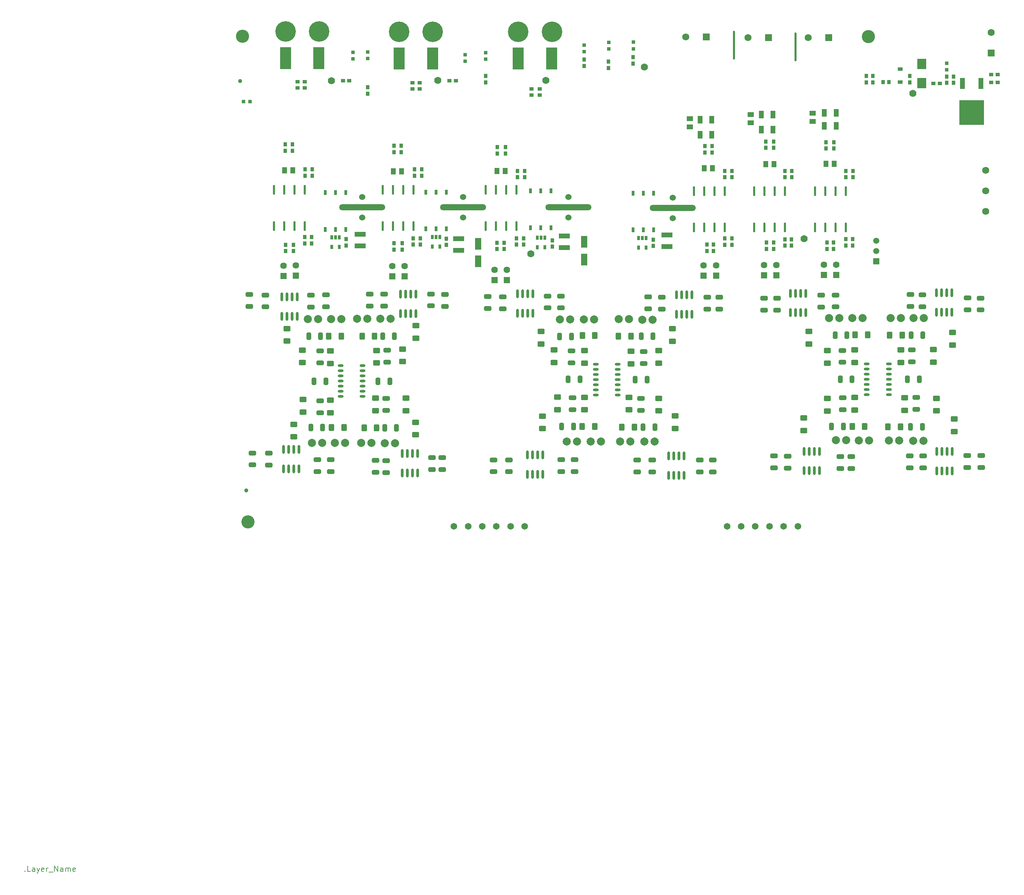
<source format=gbr>
%TF.GenerationSoftware,KiCad,Pcbnew,(5.99.0-10177-gd878cbddbc)*%
%TF.CreationDate,2021-05-05T15:51:09+02:00*%
%TF.ProjectId,TIDA-00555_E2,54494441-2d30-4303-9535-355f45322e6b,rev?*%
%TF.SameCoordinates,Original*%
%TF.FileFunction,Soldermask,Top*%
%TF.FilePolarity,Negative*%
%FSLAX46Y46*%
G04 Gerber Fmt 4.6, Leading zero omitted, Abs format (unit mm)*
G04 Created by KiCad (PCBNEW (5.99.0-10177-gd878cbddbc)) date 2021-05-05 15:51:09*
%MOMM*%
%LPD*%
G01*
G04 APERTURE LIST*
G04 Aperture macros list*
%AMRoundRect*
0 Rectangle with rounded corners*
0 $1 Rounding radius*
0 $2 $3 $4 $5 $6 $7 $8 $9 X,Y pos of 4 corners*
0 Add a 4 corners polygon primitive as box body*
4,1,4,$2,$3,$4,$5,$6,$7,$8,$9,$2,$3,0*
0 Add four circle primitives for the rounded corners*
1,1,$1+$1,$2,$3*
1,1,$1+$1,$4,$5*
1,1,$1+$1,$6,$7*
1,1,$1+$1,$8,$9*
0 Add four rect primitives between the rounded corners*
20,1,$1+$1,$2,$3,$4,$5,0*
20,1,$1+$1,$4,$5,$6,$7,0*
20,1,$1+$1,$6,$7,$8,$9,0*
20,1,$1+$1,$8,$9,$2,$3,0*%
G04 Aperture macros list end*
%ADD10C,0.203200*%
%ADD11R,0.939800X0.990600*%
%ADD12R,1.625600X1.625600*%
%ADD13C,1.625600*%
%ADD14O,0.599999X2.200001*%
%ADD15C,1.651000*%
%ADD16RoundRect,0.250000X0.625000X-0.400000X0.625000X0.400000X-0.625000X0.400000X-0.625000X-0.400000X0*%
%ADD17RoundRect,0.250000X0.650000X-0.325000X0.650000X0.325000X-0.650000X0.325000X-0.650000X-0.325000X0*%
%ADD18RoundRect,0.249550X0.650450X-0.325450X0.650450X0.325450X-0.650450X0.325450X-0.650450X-0.325450X0*%
%ADD19RoundRect,0.250000X-0.650000X0.325000X-0.650000X-0.325000X0.650000X-0.325000X0.650000X0.325000X0*%
%ADD20RoundRect,0.249550X-0.650450X0.325450X-0.650450X-0.325450X0.650450X-0.325450X0.650450X0.325450X0*%
%ADD21RoundRect,0.250000X-0.400000X-0.625000X0.400000X-0.625000X0.400000X0.625000X-0.400000X0.625000X0*%
%ADD22R,0.990600X0.939800*%
%ADD23R,1.219200X0.914400*%
%ADD24RoundRect,0.249550X0.325450X0.650450X-0.325450X0.650450X-0.325450X-0.650450X0.325450X-0.650450X0*%
%ADD25RoundRect,0.250000X0.325000X0.650000X-0.325000X0.650000X-0.325000X-0.650000X0.325000X-0.650000X0*%
%ADD26RoundRect,0.250000X-0.325000X-0.650000X0.325000X-0.650000X0.325000X0.650000X-0.325000X0.650000X0*%
%ADD27RoundRect,0.250000X-0.625000X0.400000X-0.625000X-0.400000X0.625000X-0.400000X0.625000X0.400000X0*%
%ADD28R,2.692400X1.295400*%
%ADD29R,0.812800X0.812800*%
%ADD30C,5.080000*%
%ADD31C,1.778000*%
%ADD32O,0.584200X2.438400*%
%ADD33RoundRect,0.249600X-0.625400X0.400400X-0.625400X-0.400400X0.625400X-0.400400X0.625400X0.400400X0*%
%ADD34O,0.508000X7.162800*%
%ADD35C,2.000000*%
%ADD36R,1.295400X1.828800*%
%ADD37RoundRect,0.250000X0.400000X0.625000X-0.400000X0.625000X-0.400000X-0.625000X0.400000X-0.625000X0*%
%ADD38O,11.430000X1.498600*%
%ADD39C,3.251200*%
%ADD40R,1.727200X1.727200*%
%ADD41C,1.727200*%
%ADD42R,0.635000X1.270000*%
%ADD43RoundRect,0.249600X0.625400X-0.400400X0.625400X0.400400X-0.625400X0.400400X-0.625400X-0.400400X0*%
%ADD44R,0.635000X1.092200*%
%ADD45C,0.990600*%
%ADD46R,1.270000X1.600200*%
%ADD47C,1.524000*%
%ADD48R,1.600200X1.270000*%
%ADD49R,2.692400X5.435600*%
%ADD50R,1.498600X1.498600*%
%ADD51C,1.498600*%
%ADD52C,1.752600*%
%ADD53O,1.450000X0.599999*%
%ADD54R,1.574800X2.997200*%
%ADD55R,2.286000X2.540000*%
%ADD56R,1.193800X2.794000*%
%ADD57R,6.096000X6.096000*%
G04 APERTURE END LIST*
D10*
X27628508Y-229054572D02*
X27695274Y-229118048D01*
X27628508Y-229181524D01*
X27561742Y-229118048D01*
X27628508Y-229054572D01*
X27628508Y-229181524D01*
X28963822Y-229181524D02*
X28296165Y-229181524D01*
X28296165Y-227848532D01*
X30032074Y-229181524D02*
X30032074Y-228483290D01*
X29965308Y-228356338D01*
X29831777Y-228292862D01*
X29564714Y-228292862D01*
X29431182Y-228356338D01*
X30032074Y-229118048D02*
X29898542Y-229181524D01*
X29564714Y-229181524D01*
X29431182Y-229118048D01*
X29364417Y-228991096D01*
X29364417Y-228864145D01*
X29431182Y-228737193D01*
X29564714Y-228673717D01*
X29898542Y-228673717D01*
X30032074Y-228610241D01*
X30566200Y-228292862D02*
X30900028Y-229181524D01*
X31233857Y-228292862D02*
X30900028Y-229181524D01*
X30766497Y-229498903D01*
X30699731Y-229562379D01*
X30566200Y-229625854D01*
X32302108Y-229118048D02*
X32168577Y-229181524D01*
X31901514Y-229181524D01*
X31767982Y-229118048D01*
X31701217Y-228991096D01*
X31701217Y-228483290D01*
X31767982Y-228356338D01*
X31901514Y-228292862D01*
X32168577Y-228292862D01*
X32302108Y-228356338D01*
X32368874Y-228483290D01*
X32368874Y-228610241D01*
X31701217Y-228737193D01*
X32969765Y-229181524D02*
X32969765Y-228292862D01*
X32969765Y-228546766D02*
X33036531Y-228419814D01*
X33103297Y-228356338D01*
X33236828Y-228292862D01*
X33370360Y-228292862D01*
X33503891Y-229308475D02*
X34572142Y-229308475D01*
X34905971Y-229181524D02*
X34905971Y-227848532D01*
X35707160Y-229181524D01*
X35707160Y-227848532D01*
X36975708Y-229181524D02*
X36975708Y-228483290D01*
X36908942Y-228356338D01*
X36775411Y-228292862D01*
X36508348Y-228292862D01*
X36374817Y-228356338D01*
X36975708Y-229118048D02*
X36842177Y-229181524D01*
X36508348Y-229181524D01*
X36374817Y-229118048D01*
X36308051Y-228991096D01*
X36308051Y-228864145D01*
X36374817Y-228737193D01*
X36508348Y-228673717D01*
X36842177Y-228673717D01*
X36975708Y-228610241D01*
X37643365Y-229181524D02*
X37643365Y-228292862D01*
X37643365Y-228419814D02*
X37710131Y-228356338D01*
X37843662Y-228292862D01*
X38043960Y-228292862D01*
X38177491Y-228356338D01*
X38244257Y-228483290D01*
X38244257Y-229181524D01*
X38244257Y-228483290D02*
X38311022Y-228356338D01*
X38444554Y-228292862D01*
X38644851Y-228292862D01*
X38778382Y-228356338D01*
X38845148Y-228483290D01*
X38845148Y-229181524D01*
X40046931Y-229118048D02*
X39913400Y-229181524D01*
X39646337Y-229181524D01*
X39512805Y-229118048D01*
X39446040Y-228991096D01*
X39446040Y-228483290D01*
X39512805Y-228356338D01*
X39646337Y-228292862D01*
X39913400Y-228292862D01*
X40046931Y-228356338D01*
X40113697Y-228483290D01*
X40113697Y-228610241D01*
X39446040Y-228737193D01*
X27628508Y-229054572D02*
X27695274Y-229118048D01*
X27628508Y-229181524D01*
X27561742Y-229118048D01*
X27628508Y-229054572D01*
X27628508Y-229181524D01*
X28963822Y-229181524D02*
X28296165Y-229181524D01*
X28296165Y-227848532D01*
X30032074Y-229181524D02*
X30032074Y-228483290D01*
X29965308Y-228356338D01*
X29831777Y-228292862D01*
X29564714Y-228292862D01*
X29431182Y-228356338D01*
X30032074Y-229118048D02*
X29898542Y-229181524D01*
X29564714Y-229181524D01*
X29431182Y-229118048D01*
X29364417Y-228991096D01*
X29364417Y-228864145D01*
X29431182Y-228737193D01*
X29564714Y-228673717D01*
X29898542Y-228673717D01*
X30032074Y-228610241D01*
X30566200Y-228292862D02*
X30900028Y-229181524D01*
X31233857Y-228292862D02*
X30900028Y-229181524D01*
X30766497Y-229498903D01*
X30699731Y-229562379D01*
X30566200Y-229625854D01*
X32302108Y-229118048D02*
X32168577Y-229181524D01*
X31901514Y-229181524D01*
X31767982Y-229118048D01*
X31701217Y-228991096D01*
X31701217Y-228483290D01*
X31767982Y-228356338D01*
X31901514Y-228292862D01*
X32168577Y-228292862D01*
X32302108Y-228356338D01*
X32368874Y-228483290D01*
X32368874Y-228610241D01*
X31701217Y-228737193D01*
X32969765Y-229181524D02*
X32969765Y-228292862D01*
X32969765Y-228546766D02*
X33036531Y-228419814D01*
X33103297Y-228356338D01*
X33236828Y-228292862D01*
X33370360Y-228292862D01*
X33503891Y-229308475D02*
X34572142Y-229308475D01*
X34905971Y-229181524D02*
X34905971Y-227848532D01*
X35707160Y-229181524D01*
X35707160Y-227848532D01*
X36975708Y-229181524D02*
X36975708Y-228483290D01*
X36908942Y-228356338D01*
X36775411Y-228292862D01*
X36508348Y-228292862D01*
X36374817Y-228356338D01*
X36975708Y-229118048D02*
X36842177Y-229181524D01*
X36508348Y-229181524D01*
X36374817Y-229118048D01*
X36308051Y-228991096D01*
X36308051Y-228864145D01*
X36374817Y-228737193D01*
X36508348Y-228673717D01*
X36842177Y-228673717D01*
X36975708Y-228610241D01*
X37643365Y-229181524D02*
X37643365Y-228292862D01*
X37643365Y-228419814D02*
X37710131Y-228356338D01*
X37843662Y-228292862D01*
X38043960Y-228292862D01*
X38177491Y-228356338D01*
X38244257Y-228483290D01*
X38244257Y-229181524D01*
X38244257Y-228483290D02*
X38311022Y-228356338D01*
X38444554Y-228292862D01*
X38644851Y-228292862D01*
X38778382Y-228356338D01*
X38845148Y-228483290D01*
X38845148Y-229181524D01*
X40046931Y-229118048D02*
X39913400Y-229181524D01*
X39646337Y-229181524D01*
X39512805Y-229118048D01*
X39446040Y-228991096D01*
X39446040Y-228483290D01*
X39512805Y-228356338D01*
X39646337Y-228292862D01*
X39913400Y-228292862D01*
X40046931Y-228356338D01*
X40113697Y-228483290D01*
X40113697Y-228610241D01*
X39446040Y-228737193D01*
X27628508Y-229054572D02*
X27695274Y-229118048D01*
X27628508Y-229181524D01*
X27561742Y-229118048D01*
X27628508Y-229054572D01*
X27628508Y-229181524D01*
X28963822Y-229181524D02*
X28296165Y-229181524D01*
X28296165Y-227848532D01*
X30032074Y-229181524D02*
X30032074Y-228483290D01*
X29965308Y-228356338D01*
X29831777Y-228292862D01*
X29564714Y-228292862D01*
X29431182Y-228356338D01*
X30032074Y-229118048D02*
X29898542Y-229181524D01*
X29564714Y-229181524D01*
X29431182Y-229118048D01*
X29364417Y-228991096D01*
X29364417Y-228864145D01*
X29431182Y-228737193D01*
X29564714Y-228673717D01*
X29898542Y-228673717D01*
X30032074Y-228610241D01*
X30566200Y-228292862D02*
X30900028Y-229181524D01*
X31233857Y-228292862D02*
X30900028Y-229181524D01*
X30766497Y-229498903D01*
X30699731Y-229562379D01*
X30566200Y-229625854D01*
X32302108Y-229118048D02*
X32168577Y-229181524D01*
X31901514Y-229181524D01*
X31767982Y-229118048D01*
X31701217Y-228991096D01*
X31701217Y-228483290D01*
X31767982Y-228356338D01*
X31901514Y-228292862D01*
X32168577Y-228292862D01*
X32302108Y-228356338D01*
X32368874Y-228483290D01*
X32368874Y-228610241D01*
X31701217Y-228737193D01*
X32969765Y-229181524D02*
X32969765Y-228292862D01*
X32969765Y-228546766D02*
X33036531Y-228419814D01*
X33103297Y-228356338D01*
X33236828Y-228292862D01*
X33370360Y-228292862D01*
X33503891Y-229308475D02*
X34572142Y-229308475D01*
X34905971Y-229181524D02*
X34905971Y-227848532D01*
X35707160Y-229181524D01*
X35707160Y-227848532D01*
X36975708Y-229181524D02*
X36975708Y-228483290D01*
X36908942Y-228356338D01*
X36775411Y-228292862D01*
X36508348Y-228292862D01*
X36374817Y-228356338D01*
X36975708Y-229118048D02*
X36842177Y-229181524D01*
X36508348Y-229181524D01*
X36374817Y-229118048D01*
X36308051Y-228991096D01*
X36308051Y-228864145D01*
X36374817Y-228737193D01*
X36508348Y-228673717D01*
X36842177Y-228673717D01*
X36975708Y-228610241D01*
X37643365Y-229181524D02*
X37643365Y-228292862D01*
X37643365Y-228419814D02*
X37710131Y-228356338D01*
X37843662Y-228292862D01*
X38043960Y-228292862D01*
X38177491Y-228356338D01*
X38244257Y-228483290D01*
X38244257Y-229181524D01*
X38244257Y-228483290D02*
X38311022Y-228356338D01*
X38444554Y-228292862D01*
X38644851Y-228292862D01*
X38778382Y-228356338D01*
X38845148Y-228483290D01*
X38845148Y-229181524D01*
X40046931Y-229118048D02*
X39913400Y-229181524D01*
X39646337Y-229181524D01*
X39512805Y-229118048D01*
X39446040Y-228991096D01*
X39446040Y-228483290D01*
X39512805Y-228356338D01*
X39646337Y-228292862D01*
X39913400Y-228292862D01*
X40046931Y-228356338D01*
X40113697Y-228483290D01*
X40113697Y-228610241D01*
X39446040Y-228737193D01*
D11*
%TO.C,R4*%
X93786800Y-49199800D03*
X93786800Y-50774600D03*
%TD*%
D12*
%TO.C,J26*%
X228432200Y-81534000D03*
D13*
X228432200Y-78994000D03*
%TD*%
D11*
%TO.C,C43*%
X217459400Y-55727600D03*
X217459400Y-57302400D03*
%TD*%
D14*
%TO.C,U31*%
X153369400Y-86195200D03*
X152099400Y-86195200D03*
X150829400Y-86195200D03*
X149559400Y-86195200D03*
X149559400Y-90995200D03*
X150829400Y-90995200D03*
X152099400Y-90995200D03*
X153369400Y-90995200D03*
%TD*%
D15*
%TO.C,J8*%
X133794797Y-143771600D03*
X137294800Y-143771600D03*
X140794801Y-143771600D03*
X144294802Y-143771600D03*
X147794802Y-143771600D03*
X151294803Y-143771600D03*
%TD*%
D16*
%TO.C,R109*%
X184505600Y-103353200D03*
X184505600Y-100253200D03*
%TD*%
D14*
%TO.C,U29*%
X120980200Y-130517600D03*
X122250200Y-130517600D03*
X123520200Y-130517600D03*
X124790200Y-130517600D03*
X124790200Y-125717600D03*
X123520200Y-125717600D03*
X122250200Y-125717600D03*
X120980200Y-125717600D03*
%TD*%
D12*
%TO.C,J27*%
X225384200Y-81508600D03*
D13*
X225384200Y-78968600D03*
%TD*%
D17*
%TO.C,C196*%
X199491600Y-89949200D03*
D18*
X199491600Y-86999200D03*
%TD*%
D19*
%TO.C,C24*%
X100634800Y-112672600D03*
D20*
X100634800Y-115622600D03*
%TD*%
D16*
%TO.C,R30*%
X96266000Y-103200800D03*
X96266000Y-100100800D03*
%TD*%
D17*
%TO.C,C210*%
X224739200Y-89460600D03*
D18*
X224739200Y-86510600D03*
%TD*%
D16*
%TO.C,R113*%
X184454800Y-115138800D03*
X184454800Y-112038800D03*
%TD*%
D21*
%TO.C,R50*%
X111581600Y-119380000D03*
X114681600Y-119380000D03*
%TD*%
D22*
%TO.C,FB10*%
X254050800Y-34061400D03*
X252476000Y-34061400D03*
%TD*%
D23*
%TO.C,D13*%
X244246400Y-33782000D03*
X244246400Y-30530800D03*
%TD*%
D17*
%TO.C,C222*%
X260828000Y-129135400D03*
D18*
X260828000Y-126185400D03*
%TD*%
D22*
%TO.C,FB6*%
X155051600Y-35458400D03*
X155051600Y-36931600D03*
%TD*%
D24*
%TO.C,C186*%
X117959400Y-107848400D03*
D25*
X115009400Y-107848400D03*
%TD*%
D17*
%TO.C,C223*%
X264363200Y-129186200D03*
D18*
X264363200Y-126236200D03*
%TD*%
D26*
%TO.C,C22*%
X97839000Y-96672400D03*
X100789000Y-96672400D03*
%TD*%
D11*
%TO.C,C31*%
X98739800Y-55346600D03*
X98739800Y-56921400D03*
%TD*%
D27*
%TO.C,R112*%
X188518800Y-116407600D03*
X188518800Y-119507600D03*
%TD*%
%TO.C,R42*%
X121056400Y-99846800D03*
X121056400Y-102946800D03*
%TD*%
D19*
%TO.C,C215*%
X246786400Y-86360000D03*
D20*
X246786400Y-89310000D03*
%TD*%
D28*
%TO.C,C25*%
X161096800Y-74726800D03*
X161096800Y-71831200D03*
%TD*%
D29*
%TO.C,D2*%
X108772800Y-27990800D03*
X108772800Y-26365200D03*
%TD*%
D16*
%TO.C,R46*%
X124307600Y-121082400D03*
X124307600Y-117982400D03*
%TD*%
D30*
%TO.C,TP7*%
X149666800Y-21336000D03*
%TD*%
D29*
%TO.C,D6*%
X166049800Y-26212800D03*
X166049800Y-24587200D03*
%TD*%
D31*
%TO.C,TP16*%
X180898800Y-30022800D03*
%TD*%
D27*
%TO.C,R48*%
X121920000Y-111988000D03*
X121920000Y-115088000D03*
%TD*%
D19*
%TO.C,C213*%
X213817200Y-87272600D03*
D20*
X213817200Y-90222600D03*
%TD*%
D32*
%TO.C,U5*%
X149235000Y-60426600D03*
X146695000Y-60426600D03*
X144155000Y-60426600D03*
X141615000Y-60426600D03*
X141615000Y-69367400D03*
X144155000Y-69367400D03*
X146695000Y-69367400D03*
X149235000Y-69367400D03*
%TD*%
D33*
%TO.C,R110*%
X177596800Y-100405600D03*
D27*
X177596800Y-103505600D03*
%TD*%
D32*
%TO.C,U1*%
X96834800Y-60426600D03*
X94294800Y-60426600D03*
X91754800Y-60426600D03*
X89214800Y-60426600D03*
X89214800Y-69367400D03*
X91754800Y-69367400D03*
X94294800Y-69367400D03*
X96834800Y-69367400D03*
%TD*%
D19*
%TO.C,C204*%
X179158900Y-127290300D03*
D20*
X179158900Y-130240300D03*
%TD*%
D11*
%TO.C,C56*%
X151038400Y-72415400D03*
X151038400Y-73990200D03*
%TD*%
%TO.C,C62*%
X217383200Y-72669400D03*
X217383200Y-74244200D03*
%TD*%
D30*
%TO.C,TP8*%
X158048800Y-21336000D03*
%TD*%
D17*
%TO.C,C202*%
X197904100Y-130291100D03*
D18*
X197904100Y-127341100D03*
%TD*%
D34*
%TO.C,*%
X218399200Y-25069800D03*
%TD*%
D35*
%TO.C,TP29*%
X234950000Y-92202000D03*
X232410000Y-92202000D03*
%TD*%
D12*
%TO.C,J20*%
X146923600Y-82778600D03*
D13*
X146923600Y-80238600D03*
%TD*%
D11*
%TO.C,R76*%
X255803400Y-32385000D03*
X255803400Y-33959800D03*
%TD*%
D31*
%TO.C,TP17*%
X220472000Y-72542400D03*
%TD*%
D11*
%TO.C,C38*%
X151292400Y-55727600D03*
X151292400Y-57302400D03*
%TD*%
D36*
%TO.C,R72*%
X209890200Y-41808400D03*
X212785800Y-41808400D03*
%TD*%
D28*
%TO.C,C14*%
X134934800Y-75438000D03*
X134934800Y-72542400D03*
%TD*%
D12*
%TO.C,J21*%
X143875600Y-82778600D03*
D13*
X143875600Y-80238600D03*
%TD*%
D35*
%TO.C,TP21*%
X168452800Y-92506800D03*
X165912800Y-92506800D03*
%TD*%
D11*
%TO.C,C5*%
X107121800Y-74193400D03*
X107121800Y-72618600D03*
%TD*%
%TO.C,R26*%
X146593400Y-49860200D03*
X146593400Y-51435000D03*
%TD*%
%TO.C,R57*%
X178140200Y-27584400D03*
X178140200Y-29159200D03*
%TD*%
D35*
%TO.C,TP15*%
X104343200Y-123088400D03*
X106883200Y-123088400D03*
%TD*%
D37*
%TO.C,R111*%
X177622800Y-96672400D03*
X174522800Y-96672400D03*
%TD*%
D11*
%TO.C,C8*%
X149539800Y-57302400D03*
X149539800Y-55727600D03*
%TD*%
D38*
%TO.C,*%
X111058800Y-64770000D03*
%TD*%
D36*
%TO.C,R84*%
X225511200Y-44627800D03*
X228406800Y-44627800D03*
%TD*%
D21*
%TO.C,R131*%
X241680400Y-96367600D03*
X244780400Y-96367600D03*
%TD*%
D39*
%TO.C,MH2*%
X82829400Y-142595600D03*
%TD*%
D35*
%TO.C,TP33*%
X236524800Y-122478800D03*
X233984800Y-122478800D03*
%TD*%
D25*
%TO.C,C207*%
X165000200Y-107340400D03*
D24*
X162050200Y-107340400D03*
%TD*%
D27*
%TO.C,R129*%
X252476000Y-99999200D03*
X252476000Y-103099200D03*
%TD*%
D11*
%TO.C,C3*%
X124012800Y-56921400D03*
X124012800Y-55346600D03*
%TD*%
D27*
%TO.C,R36*%
X103225600Y-112496000D03*
D33*
X103225600Y-115596000D03*
%TD*%
D16*
%TO.C,R38*%
X124409200Y-97155600D03*
X124409200Y-94055600D03*
%TD*%
D39*
%TO.C,MH3*%
X236433200Y-22529800D03*
%TD*%
D40*
%TO.C,J15*%
X211693600Y-22758400D03*
D41*
X206613600Y-22758400D03*
%TD*%
D27*
%TO.C,R132*%
X220421200Y-116915600D03*
X220421200Y-120015600D03*
%TD*%
D19*
%TO.C,C212*%
X210566000Y-87272600D03*
D20*
X210566000Y-90222600D03*
%TD*%
D35*
%TO.C,TP22*%
X167640000Y-122732800D03*
X170180000Y-122732800D03*
%TD*%
D11*
%TO.C,C64*%
X215706800Y-74244200D03*
X215706800Y-72669400D03*
%TD*%
D17*
%TO.C,C216*%
X260961400Y-90121000D03*
D18*
X260961400Y-87171000D03*
%TD*%
D25*
%TO.C,C227*%
X232359200Y-107289600D03*
D24*
X229409200Y-107289600D03*
%TD*%
D11*
%TO.C,C52*%
X235864400Y-33832800D03*
X235864400Y-32258000D03*
%TD*%
D35*
%TO.C,TP23*%
X164287200Y-122732800D03*
X161747200Y-122732800D03*
%TD*%
D42*
%TO.C,T2*%
X126806800Y-70104000D03*
X129346800Y-70104000D03*
X131886800Y-70104000D03*
X131886800Y-60985400D03*
X129346800Y-60985400D03*
X126806800Y-60985400D03*
%TD*%
D12*
%TO.C,J11*%
X91602400Y-81737200D03*
D13*
X91602400Y-79197200D03*
%TD*%
D32*
%TO.C,U11*%
X200847800Y-60782200D03*
X198307800Y-60782200D03*
X195767800Y-60782200D03*
X193227800Y-60782200D03*
X193227800Y-69723000D03*
X195767800Y-69723000D03*
X198307800Y-69723000D03*
X200847800Y-69723000D03*
%TD*%
D43*
%TO.C,R122*%
X166116000Y-114884800D03*
D16*
X166116000Y-111784800D03*
%TD*%
D19*
%TO.C,C164*%
X248208800Y-111809000D03*
D20*
X248208800Y-114759000D03*
%TD*%
D19*
%TO.C,C48*%
X163169600Y-111910600D03*
D20*
X163169600Y-114860600D03*
%TD*%
D28*
%TO.C,C50*%
X186547600Y-74472800D03*
X186547600Y-71577200D03*
%TD*%
D17*
%TO.C,C35*%
X117246400Y-103075000D03*
D18*
X117246400Y-100125000D03*
%TD*%
D25*
%TO.C,C29*%
X101297000Y-119227600D03*
X98347000Y-119227600D03*
%TD*%
D11*
%TO.C,C19*%
X230819800Y-57302400D03*
X230819800Y-55727600D03*
%TD*%
D17*
%TO.C,C191*%
X157001600Y-89663800D03*
D18*
X157001600Y-86713800D03*
%TD*%
D39*
%TO.C,MH1*%
X81493200Y-22402800D03*
%TD*%
D32*
%TO.C,U12*%
X215706800Y-60782200D03*
X213166800Y-60782200D03*
X210626800Y-60782200D03*
X208086800Y-60782200D03*
X208086800Y-69723000D03*
X210626800Y-69723000D03*
X213166800Y-69723000D03*
X215706800Y-69723000D03*
%TD*%
D22*
%TO.C,C66*%
X266827000Y-33807400D03*
X268401800Y-33807400D03*
%TD*%
D42*
%TO.C,T1*%
X101914800Y-70231000D03*
X104454800Y-70231000D03*
X106994800Y-70231000D03*
X106994800Y-61112400D03*
X104454800Y-61112400D03*
X101914800Y-61112400D03*
%TD*%
D22*
%TO.C,FB5*%
X153019600Y-35458400D03*
X153019600Y-36931600D03*
%TD*%
D11*
%TO.C,FB7*%
X241477800Y-33782000D03*
X240004600Y-33782000D03*
%TD*%
D14*
%TO.C,U36*%
X220903800Y-86042800D03*
X219633800Y-86042800D03*
X218363800Y-86042800D03*
X217093800Y-86042800D03*
X217093800Y-90842800D03*
X218363800Y-90842800D03*
X219633800Y-90842800D03*
X220903800Y-90842800D03*
%TD*%
D26*
%TO.C,C41*%
X180592200Y-119176800D03*
X183542200Y-119176800D03*
%TD*%
D17*
%TO.C,C158*%
X229971600Y-103125800D03*
D18*
X229971600Y-100175800D03*
%TD*%
D35*
%TO.C,TP35*%
X247446800Y-122580400D03*
X249986800Y-122580400D03*
%TD*%
D44*
%TO.C,U4*%
X130286600Y-72085200D03*
X129346800Y-72085200D03*
X128407000Y-72085200D03*
X128407000Y-74472800D03*
X130286600Y-74472800D03*
%TD*%
D37*
%TO.C,R115*%
X178486400Y-119176800D03*
X175386400Y-119176800D03*
%TD*%
D44*
%TO.C,U10*%
X181391400Y-72339200D03*
X180451600Y-72339200D03*
X179511800Y-72339200D03*
X179511800Y-74726800D03*
X181391400Y-74726800D03*
%TD*%
D17*
%TO.C,C183*%
X130911600Y-129694200D03*
D18*
X130911600Y-126744200D03*
%TD*%
D19*
%TO.C,C219*%
X213055200Y-126303500D03*
D20*
X213055200Y-129253500D03*
%TD*%
D45*
%TO.C,FID1*%
X80832800Y-33528000D03*
%TD*%
D11*
%TO.C,R12*%
X118932800Y-73634600D03*
X118932800Y-75209400D03*
%TD*%
D45*
%TO.C,FID2*%
X82423000Y-134874000D03*
%TD*%
D15*
%TO.C,J29*%
X201409597Y-143764000D03*
X204909600Y-143764000D03*
X208409601Y-143764000D03*
X211909602Y-143764000D03*
X215409602Y-143764000D03*
X218909603Y-143764000D03*
%TD*%
D19*
%TO.C,C194*%
X181864000Y-86946600D03*
D20*
X181864000Y-89896600D03*
%TD*%
D30*
%TO.C,TP5*%
X128534000Y-21336000D03*
%TD*%
D11*
%TO.C,R3*%
X92135800Y-74015600D03*
X92135800Y-75590400D03*
%TD*%
D44*
%TO.C,U2*%
X105394600Y-72212200D03*
X104454800Y-72212200D03*
X103515000Y-72212200D03*
X103515000Y-74599800D03*
X105394600Y-74599800D03*
%TD*%
D14*
%TO.C,U33*%
X192709800Y-86398400D03*
X191439800Y-86398400D03*
X190169800Y-86398400D03*
X188899800Y-86398400D03*
X188899800Y-91198400D03*
X190169800Y-91198400D03*
X191439800Y-91198400D03*
X192709800Y-91198400D03*
%TD*%
D12*
%TO.C,J18*%
X121599800Y-81838800D03*
D13*
X121599800Y-79298800D03*
%TD*%
D35*
%TO.C,TP53*%
X113385600Y-123088400D03*
X110845600Y-123088400D03*
%TD*%
D25*
%TO.C,C37*%
X119585000Y-119380000D03*
X116635000Y-119380000D03*
%TD*%
D38*
%TO.C,*%
X136077800Y-64770000D03*
%TD*%
D11*
%TO.C,C70*%
X230845200Y-74218800D03*
X230845200Y-72644000D03*
%TD*%
D14*
%TO.C,U28*%
X124354200Y-86246000D03*
X123084200Y-86246000D03*
X121814200Y-86246000D03*
X120544200Y-86246000D03*
X120544200Y-91046000D03*
X121814200Y-91046000D03*
X123084200Y-91046000D03*
X124354200Y-91046000D03*
%TD*%
D17*
%TO.C,C197*%
X196545200Y-89949200D03*
D18*
X196545200Y-86999200D03*
%TD*%
D12*
%TO.C,J22*%
X198688800Y-81661000D03*
D13*
X198688800Y-79121000D03*
%TD*%
D46*
%TO.C,C2*%
X93913800Y-55575200D03*
X91881800Y-55575200D03*
%TD*%
D35*
%TO.C,TP31*%
X247548400Y-92151200D03*
X250088400Y-92151200D03*
%TD*%
D12*
%TO.C,J23*%
X195615400Y-81686400D03*
D13*
X195615400Y-79146400D03*
%TD*%
D11*
%TO.C,R86*%
X225917600Y-48615600D03*
X225917600Y-50190400D03*
%TD*%
D29*
%TO.C,D11*%
X178191000Y-25501600D03*
X178191000Y-23876000D03*
%TD*%
D16*
%TO.C,R118*%
X166116000Y-103353200D03*
D43*
X166116000Y-100253200D03*
%TD*%
D46*
%TO.C,C61*%
X213039800Y-54076600D03*
X211007800Y-54076600D03*
%TD*%
D14*
%TO.C,U37*%
X257024400Y-85941200D03*
X255754400Y-85941200D03*
X254484400Y-85941200D03*
X253214400Y-85941200D03*
X253214400Y-90741200D03*
X254484400Y-90741200D03*
X255754400Y-90741200D03*
X257024400Y-90741200D03*
%TD*%
D12*
%TO.C,J25*%
X210550600Y-81584800D03*
D13*
X210550600Y-79044800D03*
%TD*%
D11*
%TO.C,C54*%
X125460600Y-72415400D03*
X125460600Y-73990200D03*
%TD*%
D16*
%TO.C,R125*%
X226263200Y-103353200D03*
X226263200Y-100253200D03*
%TD*%
D46*
%TO.C,C9*%
X120863200Y-55880000D03*
X118831200Y-55880000D03*
%TD*%
D11*
%TO.C,R7*%
X112455800Y-35026600D03*
X112455800Y-36601400D03*
%TD*%
D28*
%TO.C,C6*%
X110550800Y-74345800D03*
X110550800Y-71450200D03*
%TD*%
D19*
%TO.C,C225*%
X249936000Y-126287000D03*
D20*
X249936000Y-129237000D03*
%TD*%
D24*
%TO.C,C206*%
X181611800Y-107442000D03*
D25*
X178661800Y-107442000D03*
%TD*%
D33*
%TO.C,R126*%
X232968800Y-100050000D03*
D27*
X232968800Y-103150000D03*
%TD*%
D17*
%TO.C,C200*%
X160354400Y-130177400D03*
D18*
X160354400Y-127227400D03*
%TD*%
D21*
%TO.C,R139*%
X241223200Y-119126000D03*
X244323200Y-119126000D03*
%TD*%
D35*
%TO.C,TP52*%
X119176800Y-123139200D03*
X116636800Y-123139200D03*
%TD*%
D19*
%TO.C,C172*%
X83180800Y-86358200D03*
D20*
X83180800Y-89308200D03*
%TD*%
D31*
%TO.C,TP6*%
X129829400Y-33324800D03*
%TD*%
D47*
%TO.C,C51*%
X187944600Y-67437000D03*
X187944600Y-62357000D03*
%TD*%
D11*
%TO.C,C11*%
X200847800Y-57302400D03*
X200847800Y-55727600D03*
%TD*%
%TO.C,R5*%
X94040800Y-74015600D03*
X94040800Y-75590400D03*
%TD*%
D14*
%TO.C,U38*%
X220497400Y-129958800D03*
X221767400Y-129958800D03*
X223037400Y-129958800D03*
X224307400Y-129958800D03*
X224307400Y-125158800D03*
X223037400Y-125158800D03*
X221767400Y-125158800D03*
X220497400Y-125158800D03*
%TD*%
D16*
%TO.C,R116*%
X155346400Y-98578000D03*
X155346400Y-95478000D03*
%TD*%
D11*
%TO.C,C45*%
X98587400Y-72110600D03*
X98587400Y-73685400D03*
%TD*%
D17*
%TO.C,C220*%
X229463600Y-129440200D03*
D18*
X229463600Y-126490200D03*
%TD*%
D19*
%TO.C,C156*%
X180086000Y-112063000D03*
D20*
X180086000Y-115013000D03*
%TD*%
D14*
%TO.C,U26*%
X94970600Y-86906400D03*
X93700600Y-86906400D03*
X92430600Y-86906400D03*
X91160600Y-86906400D03*
X91160600Y-91706400D03*
X92430600Y-91706400D03*
X93700600Y-91706400D03*
X94970600Y-91706400D03*
%TD*%
D17*
%TO.C,C170*%
X98399600Y-89460600D03*
D18*
X98399600Y-86510600D03*
%TD*%
D27*
%TO.C,R114*%
X177088800Y-111784800D03*
D33*
X177088800Y-114884800D03*
%TD*%
D34*
%TO.C,*%
X203108400Y-24638000D03*
%TD*%
D11*
%TO.C,R77*%
X212912800Y-48463200D03*
X212912800Y-50038000D03*
%TD*%
D22*
%TO.C,C65*%
X266827000Y-31902400D03*
X268401800Y-31902400D03*
%TD*%
D11*
%TO.C,R55*%
X172018800Y-28676600D03*
X172018800Y-30251400D03*
%TD*%
D17*
%TO.C,C40*%
X162864800Y-103278200D03*
D18*
X162864800Y-100328200D03*
%TD*%
D11*
%TO.C,C13*%
X131886800Y-74066400D03*
X131886800Y-72491600D03*
%TD*%
D19*
%TO.C,C214*%
X249783600Y-86409000D03*
D20*
X249783600Y-89359000D03*
%TD*%
D19*
%TO.C,C224*%
X246634000Y-126287000D03*
D20*
X246634000Y-129237000D03*
%TD*%
D48*
%TO.C,R59*%
X192211800Y-42849800D03*
X192211800Y-44881800D03*
%TD*%
D29*
%TO.C,D1*%
X81671000Y-38608000D03*
X83296600Y-38608000D03*
%TD*%
D49*
%TO.C,R22*%
X149717600Y-27940000D03*
X157998000Y-27940000D03*
%TD*%
D14*
%TO.C,U32*%
X151968200Y-130822400D03*
X153238200Y-130822400D03*
X154508200Y-130822400D03*
X155778200Y-130822400D03*
X155778200Y-126022400D03*
X154508200Y-126022400D03*
X153238200Y-126022400D03*
X151968200Y-126022400D03*
%TD*%
D11*
%TO.C,C1*%
X96961800Y-56921400D03*
X96961800Y-55346600D03*
%TD*%
%TO.C,R65*%
X197672800Y-49606200D03*
X197672800Y-51181000D03*
%TD*%
D14*
%TO.C,U39*%
X253284200Y-130009600D03*
X254554200Y-130009600D03*
X255824200Y-130009600D03*
X257094200Y-130009600D03*
X257094200Y-125209600D03*
X255824200Y-125209600D03*
X254554200Y-125209600D03*
X253284200Y-125209600D03*
%TD*%
D47*
%TO.C,C7*%
X111058800Y-67310000D03*
X111058800Y-62230000D03*
%TD*%
D17*
%TO.C,C211*%
X228295200Y-89409800D03*
D18*
X228295200Y-86459800D03*
%TD*%
D22*
%TO.C,FB4*%
X125333600Y-33934400D03*
X125333600Y-35407600D03*
%TD*%
D17*
%TO.C,C171*%
X102108000Y-89359000D03*
D18*
X102108000Y-86409000D03*
%TD*%
D22*
%TO.C,FB2*%
X96885600Y-33680400D03*
X96885600Y-35153600D03*
%TD*%
D11*
%TO.C,R23*%
X144459800Y-73507600D03*
X144459800Y-75082400D03*
%TD*%
D35*
%TO.C,TP26*%
X174955200Y-122732800D03*
X177495200Y-122732800D03*
%TD*%
D25*
%TO.C,C155*%
X162917400Y-96723200D03*
X159967400Y-96723200D03*
%TD*%
D29*
%TO.C,D4*%
X136585800Y-28625800D03*
X136585800Y-27000200D03*
%TD*%
D11*
%TO.C,R15*%
X120964800Y-73634600D03*
X120964800Y-75209400D03*
%TD*%
D19*
%TO.C,C184*%
X114350800Y-127404600D03*
D20*
X114350800Y-130354600D03*
%TD*%
D12*
%TO.C,J10*%
X94650400Y-81686400D03*
D13*
X94650400Y-79146400D03*
%TD*%
D17*
%TO.C,C180*%
X100025200Y-130151400D03*
D18*
X100025200Y-127201400D03*
%TD*%
D21*
%TO.C,R123*%
X165531200Y-119024400D03*
X168631200Y-119024400D03*
%TD*%
D11*
%TO.C,R74*%
X211007800Y-48463200D03*
X211007800Y-50038000D03*
%TD*%
D12*
%TO.C,J19*%
X118577200Y-81813400D03*
D13*
X118577200Y-79273400D03*
%TD*%
D19*
%TO.C,C199*%
X143590400Y-127278200D03*
D20*
X143590400Y-130228200D03*
%TD*%
D46*
%TO.C,C55*%
X197799800Y-55092600D03*
X195767800Y-55092600D03*
%TD*%
D49*
%TO.C,R9*%
X120253600Y-27940000D03*
X128534000Y-27940000D03*
%TD*%
D19*
%TO.C,C205*%
X182867300Y-127290300D03*
D20*
X182867300Y-130240300D03*
%TD*%
D35*
%TO.C,TP11*%
X100177600Y-92456000D03*
X97637600Y-92456000D03*
%TD*%
D36*
%TO.C,R85*%
X225511200Y-41402000D03*
X228406800Y-41402000D03*
%TD*%
D17*
%TO.C,C177*%
X131542400Y-89257400D03*
D18*
X131542400Y-86307400D03*
%TD*%
D48*
%TO.C,R83*%
X222615600Y-41478200D03*
X222615600Y-43510200D03*
%TD*%
D27*
%TO.C,R134*%
X232968800Y-111809600D03*
D33*
X232968800Y-114909600D03*
%TD*%
D29*
%TO.C,D3*%
X112455800Y-26289000D03*
X112455800Y-27914600D03*
%TD*%
%TO.C,D9*%
X172095000Y-23901400D03*
X172095000Y-25527000D03*
%TD*%
D11*
%TO.C,C53*%
X237515400Y-33832800D03*
X237515400Y-32258000D03*
%TD*%
%TO.C,C58*%
X246659400Y-33832800D03*
X246659400Y-32258000D03*
%TD*%
D35*
%TO.C,TP28*%
X226618800Y-92151200D03*
X229158800Y-92151200D03*
%TD*%
D31*
%TO.C,TP9*%
X152816400Y-76225400D03*
%TD*%
D25*
%TO.C,C163*%
X230227400Y-119024400D03*
X227277400Y-119024400D03*
%TD*%
D11*
%TO.C,C67*%
X232521600Y-72644000D03*
X232521600Y-74218800D03*
%TD*%
D12*
%TO.C,J24*%
X213598600Y-81559400D03*
D13*
X213598600Y-79019400D03*
%TD*%
D35*
%TO.C,TP20*%
X160020000Y-92506800D03*
X162560000Y-92506800D03*
%TD*%
D11*
%TO.C,R63*%
X195894800Y-49606200D03*
X195894800Y-51181000D03*
%TD*%
D27*
%TO.C,R124*%
X221691200Y-95478000D03*
X221691200Y-98578000D03*
%TD*%
D50*
%TO.C,J28*%
X238312800Y-78105000D03*
D51*
X238312800Y-75565000D03*
X238312800Y-73025000D03*
%TD*%
D11*
%TO.C,R64*%
X196402800Y-73990200D03*
X196402800Y-75565000D03*
%TD*%
D16*
%TO.C,R120*%
X155702000Y-119558400D03*
X155702000Y-116458400D03*
%TD*%
D24*
%TO.C,C226*%
X249023400Y-107340400D03*
D25*
X246073400Y-107340400D03*
%TD*%
D11*
%TO.C,R75*%
X211134800Y-73482200D03*
X211134800Y-75057000D03*
%TD*%
D31*
%TO.C,TP10*%
X156575600Y-33350200D03*
%TD*%
D27*
%TO.C,R137*%
X253238000Y-112038800D03*
X253238000Y-115138800D03*
%TD*%
D35*
%TO.C,TP24*%
X180441600Y-92557600D03*
X182981600Y-92557600D03*
%TD*%
%TO.C,TP51*%
X109778800Y-92354400D03*
X112318800Y-92354400D03*
%TD*%
D22*
%TO.C,FB3*%
X123555600Y-33934400D03*
X123555600Y-35407600D03*
%TD*%
D19*
%TO.C,C174*%
X116476000Y-86256600D03*
D20*
X116476000Y-89206600D03*
%TD*%
D37*
%TO.C,R135*%
X235484000Y-119024400D03*
X232384000Y-119024400D03*
%TD*%
D19*
%TO.C,C185*%
X117043200Y-127455400D03*
D20*
X117043200Y-130405400D03*
%TD*%
D17*
%TO.C,C182*%
X128371600Y-129643400D03*
D18*
X128371600Y-126693400D03*
%TD*%
D52*
%TO.C,J30*%
X265430000Y-55626000D03*
X265430000Y-60706000D03*
X265430000Y-65786000D03*
%TD*%
D30*
%TO.C,TP4*%
X120202800Y-21336000D03*
%TD*%
D37*
%TO.C,R32*%
X105893200Y-96672400D03*
X102793200Y-96672400D03*
%TD*%
D27*
%TO.C,R117*%
X158597600Y-100050000D03*
X158597600Y-103150000D03*
%TD*%
D36*
%TO.C,R61*%
X194701000Y-46786800D03*
X197596600Y-46786800D03*
%TD*%
D11*
%TO.C,C12*%
X123733400Y-73990200D03*
X123733400Y-72415400D03*
%TD*%
D17*
%TO.C,C21*%
X100685600Y-103278200D03*
D18*
X100685600Y-100328200D03*
%TD*%
D49*
%TO.C,R1*%
X92085000Y-27813000D03*
X100365400Y-27813000D03*
%TD*%
D35*
%TO.C,TP30*%
X244398800Y-92151200D03*
X241858800Y-92151200D03*
%TD*%
D16*
%TO.C,R43*%
X114604800Y-103302400D03*
D43*
X114604800Y-100202400D03*
%TD*%
D14*
%TO.C,U34*%
X186969400Y-131076400D03*
X188239400Y-131076400D03*
X189509400Y-131076400D03*
X190779400Y-131076400D03*
X190779400Y-126276400D03*
X189509400Y-126276400D03*
X188239400Y-126276400D03*
X186969400Y-126276400D03*
%TD*%
D53*
%TO.C,U25*%
X105732999Y-103936800D03*
X105732999Y-105206800D03*
X105732999Y-106476800D03*
X105732999Y-107746800D03*
X105732999Y-109016800D03*
X105732999Y-110286800D03*
X105732999Y-111556800D03*
X111182998Y-111556800D03*
X111182998Y-110286800D03*
X111182998Y-109016800D03*
X111182998Y-107746800D03*
X111182998Y-106476800D03*
X111182998Y-105206800D03*
X111182998Y-103936800D03*
%TD*%
D11*
%TO.C,R66*%
X198053800Y-73990200D03*
X198053800Y-75565000D03*
%TD*%
D16*
%TO.C,R35*%
X96418400Y-115443600D03*
X96418400Y-112343600D03*
%TD*%
D17*
%TO.C,C201*%
X163677600Y-130181000D03*
D18*
X163677600Y-127231000D03*
%TD*%
D19*
%TO.C,C192*%
X145876400Y-86917000D03*
D20*
X145876400Y-89867000D03*
%TD*%
D19*
%TO.C,C173*%
X87092400Y-86459800D03*
D20*
X87092400Y-89409800D03*
%TD*%
D54*
%TO.C,C28*%
X166024400Y-73329800D03*
X166024400Y-77698600D03*
%TD*%
D11*
%TO.C,R25*%
X146237800Y-73507600D03*
X146237800Y-75082400D03*
%TD*%
D30*
%TO.C,TP1*%
X92135800Y-21209000D03*
%TD*%
D36*
%TO.C,R60*%
X194701000Y-43103800D03*
X197596600Y-43103800D03*
%TD*%
D38*
%TO.C,*%
X187944600Y-64897000D03*
%TD*%
D31*
%TO.C,TP3*%
X103438800Y-33401000D03*
%TD*%
D14*
%TO.C,U27*%
X91617800Y-129501600D03*
X92887800Y-129501600D03*
X94157800Y-129501600D03*
X95427800Y-129501600D03*
X95427800Y-124701600D03*
X94157800Y-124701600D03*
X92887800Y-124701600D03*
X91617800Y-124701600D03*
%TD*%
D11*
%TO.C,C49*%
X183118600Y-74320400D03*
X183118600Y-72745600D03*
%TD*%
%TO.C,R24*%
X144561400Y-49860200D03*
X144561400Y-51435000D03*
%TD*%
D46*
%TO.C,C18*%
X146466400Y-55727600D03*
X144434400Y-55727600D03*
%TD*%
D43*
%TO.C,R49*%
X114350800Y-115088000D03*
D16*
X114350800Y-111988000D03*
%TD*%
%TO.C,R130*%
X244449600Y-103150000D03*
D43*
X244449600Y-100050000D03*
%TD*%
D30*
%TO.C,TP2*%
X100390800Y-21209000D03*
%TD*%
D53*
%TO.C,U30*%
X168877399Y-103581200D03*
X168877399Y-104851200D03*
X168877399Y-106121200D03*
X168877399Y-107391200D03*
X168877399Y-108661200D03*
X168877399Y-109931200D03*
X168877399Y-111201200D03*
X174327398Y-111201200D03*
X174327398Y-109931200D03*
X174327398Y-108661200D03*
X174327398Y-107391200D03*
X174327398Y-106121200D03*
X174327398Y-104851200D03*
X174327398Y-103581200D03*
%TD*%
D55*
%TO.C,C59*%
X249580400Y-34010600D03*
X249580400Y-29286200D03*
%TD*%
D46*
%TO.C,C68*%
X227949600Y-53975000D03*
X225917600Y-53975000D03*
%TD*%
D22*
%TO.C,FB1*%
X95107600Y-33680400D03*
X95107600Y-35153600D03*
%TD*%
D11*
%TO.C,C42*%
X202575000Y-55727600D03*
X202575000Y-57302400D03*
%TD*%
D26*
%TO.C,C160*%
X246937000Y-96418400D03*
X249887000Y-96418400D03*
%TD*%
D17*
%TO.C,C161*%
X247142000Y-103024200D03*
D18*
X247142000Y-100074200D03*
%TD*%
D11*
%TO.C,R33*%
X166049800Y-28168600D03*
X166049800Y-29743400D03*
%TD*%
D20*
%TO.C,C36*%
X117043200Y-112063000D03*
X117043200Y-115013000D03*
%TD*%
D40*
%TO.C,J17*%
X266750800Y-26517600D03*
D41*
X266750800Y-21437600D03*
%TD*%
D16*
%TO.C,R136*%
X257606800Y-120269600D03*
X257606800Y-117169600D03*
%TD*%
D17*
%TO.C,C190*%
X160303600Y-89663800D03*
D18*
X160303600Y-86713800D03*
%TD*%
D17*
%TO.C,C217*%
X264160000Y-90171800D03*
D18*
X264160000Y-87221800D03*
%TD*%
D40*
%TO.C,J16*%
X226603400Y-22758400D03*
D41*
X221523400Y-22758400D03*
%TD*%
D17*
%TO.C,C221*%
X232156000Y-129440200D03*
D18*
X232156000Y-126490200D03*
%TD*%
D11*
%TO.C,C17*%
X215706800Y-57302400D03*
X215706800Y-55727600D03*
%TD*%
D26*
%TO.C,C34*%
X116127000Y-96621600D03*
X119077000Y-96621600D03*
%TD*%
D19*
%TO.C,C162*%
X230022400Y-111910600D03*
D20*
X230022400Y-114860600D03*
%TD*%
D29*
%TO.C,D14*%
X255803400Y-29057600D03*
X255803400Y-30683200D03*
%TD*%
D19*
%TO.C,C175*%
X112920000Y-86256600D03*
D20*
X112920000Y-89206600D03*
%TD*%
D11*
%TO.C,C23*%
X158201200Y-74498200D03*
X158201200Y-72923400D03*
%TD*%
D40*
%TO.C,J14*%
X196225000Y-22555200D03*
D41*
X191145000Y-22555200D03*
%TD*%
D27*
%TO.C,R29*%
X92456000Y-94766800D03*
X92456000Y-97866800D03*
%TD*%
D37*
%TO.C,R37*%
X106604400Y-119278400D03*
X103504400Y-119278400D03*
%TD*%
D27*
%TO.C,R121*%
X159461200Y-111734000D03*
X159461200Y-114834000D03*
%TD*%
D21*
%TO.C,R45*%
X111073600Y-96621600D03*
X114173600Y-96621600D03*
%TD*%
D27*
%TO.C,R34*%
X94132400Y-118490400D03*
X94132400Y-121590400D03*
%TD*%
D35*
%TO.C,TP32*%
X230886000Y-122428000D03*
X228346000Y-122428000D03*
%TD*%
D11*
%TO.C,R14*%
X120736200Y-49504600D03*
X120736200Y-51079400D03*
%TD*%
D38*
%TO.C,*%
X162112800Y-64770000D03*
%TD*%
D11*
%TO.C,C33*%
X125790800Y-55346600D03*
X125790800Y-56921400D03*
%TD*%
D25*
%TO.C,C39*%
X183085000Y-96672400D03*
X180135000Y-96672400D03*
%TD*%
D26*
%TO.C,C157*%
X160424600Y-119024400D03*
X163374600Y-119024400D03*
%TD*%
D25*
%TO.C,C165*%
X249734600Y-119075200D03*
X246784600Y-119075200D03*
%TD*%
D11*
%TO.C,C57*%
X200847800Y-74041000D03*
X200847800Y-72466200D03*
%TD*%
D48*
%TO.C,R71*%
X207274000Y-41833800D03*
X207274000Y-43865800D03*
%TD*%
D37*
%TO.C,R127*%
X236195200Y-96316800D03*
X233095200Y-96316800D03*
%TD*%
D35*
%TO.C,TP27*%
X183438800Y-122732800D03*
X180898800Y-122732800D03*
%TD*%
D32*
%TO.C,U14*%
X230819800Y-60782200D03*
X228279800Y-60782200D03*
X225739800Y-60782200D03*
X223199800Y-60782200D03*
X223199800Y-69723000D03*
X225739800Y-69723000D03*
X228279800Y-69723000D03*
X230819800Y-69723000D03*
%TD*%
D54*
%TO.C,C16*%
X139760800Y-73761600D03*
X139760800Y-78130400D03*
%TD*%
D17*
%TO.C,C203*%
X194631700Y-130291100D03*
D18*
X194631700Y-127341100D03*
%TD*%
D11*
%TO.C,C20*%
X149311200Y-73990200D03*
X149311200Y-72415400D03*
%TD*%
%TO.C,C44*%
X232572400Y-55727600D03*
X232572400Y-57302400D03*
%TD*%
D43*
%TO.C,R138*%
X245364000Y-115037200D03*
D16*
X245364000Y-111937200D03*
%TD*%
D22*
%TO.C,R19*%
X134249000Y-33401000D03*
X132674200Y-33401000D03*
%TD*%
D29*
%TO.C,D5*%
X141665800Y-26492200D03*
X141665800Y-28117800D03*
%TD*%
D17*
%TO.C,C154*%
X180746400Y-103430600D03*
D18*
X180746400Y-100480600D03*
%TD*%
D53*
%TO.C,U35*%
X236002401Y-103479600D03*
X236002401Y-104749600D03*
X236002401Y-106019600D03*
X236002401Y-107289600D03*
X236002401Y-108559600D03*
X236002401Y-109829600D03*
X236002401Y-111099600D03*
X241452400Y-111099600D03*
X241452400Y-109829600D03*
X241452400Y-108559600D03*
X241452400Y-107289600D03*
X241452400Y-106019600D03*
X241452400Y-104749600D03*
X241452400Y-103479600D03*
%TD*%
D27*
%TO.C,R108*%
X187858400Y-94817600D03*
X187858400Y-97917600D03*
%TD*%
D36*
%TO.C,R73*%
X209890200Y-45491400D03*
X212785800Y-45491400D03*
%TD*%
D11*
%TO.C,R88*%
X227771800Y-73482200D03*
X227771800Y-75057000D03*
%TD*%
%TO.C,R2*%
X92008800Y-49199800D03*
X92008800Y-50774600D03*
%TD*%
%TO.C,R78*%
X212912800Y-73482200D03*
X212912800Y-75057000D03*
%TD*%
D56*
%TO.C,U13*%
X264287000Y-34061400D03*
D57*
X262001000Y-41325800D03*
D56*
X259715000Y-34061400D03*
%TD*%
D32*
%TO.C,U3*%
X123758800Y-60426600D03*
X121218800Y-60426600D03*
X118678800Y-60426600D03*
X116138800Y-60426600D03*
X116138800Y-69367400D03*
X118678800Y-69367400D03*
X121218800Y-69367400D03*
X123758800Y-69367400D03*
%TD*%
D19*
%TO.C,C179*%
X83870800Y-125575800D03*
D20*
X83870800Y-128525800D03*
%TD*%
D11*
%TO.C,C4*%
X96834800Y-73685400D03*
X96834800Y-72110600D03*
%TD*%
D17*
%TO.C,C181*%
X103276400Y-130202200D03*
D18*
X103276400Y-127252200D03*
%TD*%
D33*
%TO.C,R31*%
X103225600Y-100304000D03*
D27*
X103225600Y-103404000D03*
%TD*%
D44*
%TO.C,U6*%
X156321600Y-72288400D03*
X155381800Y-72288400D03*
X154442000Y-72288400D03*
X154442000Y-74676000D03*
X156321600Y-74676000D03*
%TD*%
D35*
%TO.C,TP12*%
X103378000Y-92456000D03*
X105918000Y-92456000D03*
%TD*%
D19*
%TO.C,C198*%
X147400400Y-127278200D03*
D20*
X147400400Y-130228200D03*
%TD*%
D11*
%TO.C,R11*%
X118958200Y-49504600D03*
X118958200Y-51079400D03*
%TD*%
%TO.C,R21*%
X141665800Y-32232600D03*
X141665800Y-33807400D03*
%TD*%
D35*
%TO.C,TP34*%
X241452400Y-122478800D03*
X243992400Y-122478800D03*
%TD*%
%TO.C,TP50*%
X115570000Y-92354400D03*
X118110000Y-92354400D03*
%TD*%
D47*
%TO.C,C15*%
X136077800Y-67310000D03*
X136077800Y-62230000D03*
%TD*%
D22*
%TO.C,R6*%
X107909200Y-33401000D03*
X106334400Y-33401000D03*
%TD*%
D16*
%TO.C,R133*%
X226263200Y-115189600D03*
X226263200Y-112089600D03*
%TD*%
D26*
%TO.C,C159*%
X228141000Y-96418400D03*
X231091000Y-96418400D03*
%TD*%
D19*
%TO.C,C178*%
X87985600Y-125626600D03*
D20*
X87985600Y-128576600D03*
%TD*%
D11*
%TO.C,R89*%
X227822600Y-48615600D03*
X227822600Y-50190400D03*
%TD*%
D35*
%TO.C,TP13*%
X101193600Y-123088400D03*
X98653600Y-123088400D03*
%TD*%
D11*
%TO.C,C63*%
X257454400Y-33959800D03*
X257454400Y-32385000D03*
%TD*%
D19*
%TO.C,C195*%
X185216800Y-86997400D03*
D20*
X185216800Y-89947400D03*
%TD*%
D11*
%TO.C,R87*%
X226120800Y-73482200D03*
X226120800Y-75057000D03*
%TD*%
D19*
%TO.C,C193*%
X142168000Y-86864400D03*
D20*
X142168000Y-89814400D03*
%TD*%
D42*
%TO.C,T3*%
X152740200Y-69799200D03*
X155280200Y-69799200D03*
X157820200Y-69799200D03*
X157820200Y-60680600D03*
X155280200Y-60680600D03*
X152740200Y-60680600D03*
%TD*%
D17*
%TO.C,C176*%
X128088000Y-89155800D03*
D18*
X128088000Y-86205800D03*
%TD*%
D16*
%TO.C,R128*%
X257200400Y-98832000D03*
X257200400Y-95732000D03*
%TD*%
D42*
%TO.C,T5*%
X178165600Y-70358000D03*
X180705600Y-70358000D03*
X183245600Y-70358000D03*
X183245600Y-61239400D03*
X180705600Y-61239400D03*
X178165600Y-61239400D03*
%TD*%
D11*
%TO.C,C60*%
X202575000Y-72466200D03*
X202575000Y-74041000D03*
%TD*%
D25*
%TO.C,C187*%
X102109800Y-107848400D03*
D24*
X99159800Y-107848400D03*
%TD*%
D35*
%TO.C,TP25*%
X174548800Y-92456000D03*
X177088800Y-92456000D03*
%TD*%
D21*
%TO.C,R119*%
X165582000Y-96520000D03*
X168682000Y-96520000D03*
%TD*%
D47*
%TO.C,C26*%
X162112800Y-67310000D03*
X162112800Y-62230000D03*
%TD*%
D19*
%TO.C,C218*%
X216408000Y-126354300D03*
D20*
X216408000Y-129304300D03*
%TD*%
D31*
%TO.C,TP18*%
X247396000Y-36525200D03*
%TD*%
M02*

</source>
